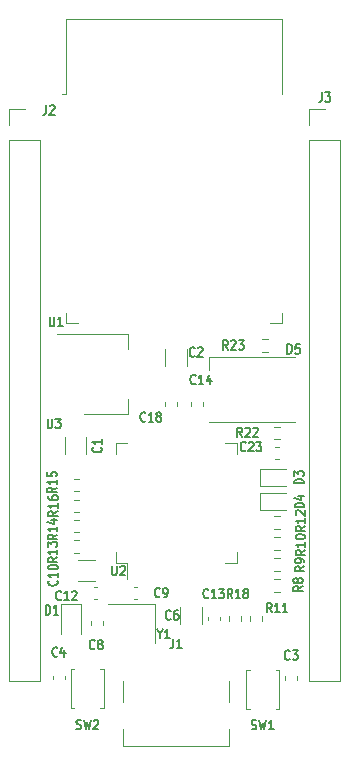
<source format=gbr>
%TF.GenerationSoftware,KiCad,Pcbnew,5.99.0-unknown-f7b20611c1~106~ubuntu20.04.1*%
%TF.CreationDate,2021-01-06T18:34:38-03:00*%
%TF.ProjectId,lisa32,6c697361-3332-42e6-9b69-6361645f7063,rev?*%
%TF.SameCoordinates,Original*%
%TF.FileFunction,Legend,Top*%
%TF.FilePolarity,Positive*%
%FSLAX46Y46*%
G04 Gerber Fmt 4.6, Leading zero omitted, Abs format (unit mm)*
G04 Created by KiCad (PCBNEW 5.99.0-unknown-f7b20611c1~106~ubuntu20.04.1) date 2021-01-06 18:34:38*
%MOMM*%
%LPD*%
G01*
G04 APERTURE LIST*
%ADD10C,0.150000*%
%ADD11C,0.120000*%
G04 APERTURE END LIST*
D10*
%TO.C,U1*%
X4013266Y-22447304D02*
X4013266Y-23094923D01*
X4046600Y-23171114D01*
X4079933Y-23209209D01*
X4146600Y-23247304D01*
X4279933Y-23247304D01*
X4346600Y-23209209D01*
X4379933Y-23171114D01*
X4413266Y-23094923D01*
X4413266Y-22447304D01*
X5113266Y-23247304D02*
X4713266Y-23247304D01*
X4913266Y-23247304D02*
X4913266Y-22447304D01*
X4846600Y-22561590D01*
X4779933Y-22637780D01*
X4713266Y-22675876D01*
%TO.C,C2*%
X16291733Y-25787314D02*
X16258400Y-25825409D01*
X16158400Y-25863504D01*
X16091733Y-25863504D01*
X15991733Y-25825409D01*
X15925066Y-25749219D01*
X15891733Y-25673028D01*
X15858400Y-25520647D01*
X15858400Y-25406361D01*
X15891733Y-25253980D01*
X15925066Y-25177790D01*
X15991733Y-25101600D01*
X16091733Y-25063504D01*
X16158400Y-25063504D01*
X16258400Y-25101600D01*
X16291733Y-25139695D01*
X16558400Y-25139695D02*
X16591733Y-25101600D01*
X16658400Y-25063504D01*
X16825066Y-25063504D01*
X16891733Y-25101600D01*
X16925066Y-25139695D01*
X16958400Y-25215885D01*
X16958400Y-25292076D01*
X16925066Y-25406361D01*
X16525066Y-25863504D01*
X16958400Y-25863504D01*
%TO.C,R22*%
X20301800Y-32645304D02*
X20068466Y-32264352D01*
X19901800Y-32645304D02*
X19901800Y-31845304D01*
X20168466Y-31845304D01*
X20235133Y-31883400D01*
X20268466Y-31921495D01*
X20301800Y-31997685D01*
X20301800Y-32111971D01*
X20268466Y-32188161D01*
X20235133Y-32226257D01*
X20168466Y-32264352D01*
X19901800Y-32264352D01*
X20568466Y-31921495D02*
X20601800Y-31883400D01*
X20668466Y-31845304D01*
X20835133Y-31845304D01*
X20901800Y-31883400D01*
X20935133Y-31921495D01*
X20968466Y-31997685D01*
X20968466Y-32073876D01*
X20935133Y-32188161D01*
X20535133Y-32645304D01*
X20968466Y-32645304D01*
X21235133Y-31921495D02*
X21268466Y-31883400D01*
X21335133Y-31845304D01*
X21501800Y-31845304D01*
X21568466Y-31883400D01*
X21601800Y-31921495D01*
X21635133Y-31997685D01*
X21635133Y-32073876D01*
X21601800Y-32188161D01*
X21201800Y-32645304D01*
X21635133Y-32645304D01*
%TO.C,D5*%
X24146733Y-25584104D02*
X24146733Y-24784104D01*
X24313400Y-24784104D01*
X24413400Y-24822200D01*
X24480066Y-24898390D01*
X24513400Y-24974580D01*
X24546733Y-25126961D01*
X24546733Y-25241247D01*
X24513400Y-25393628D01*
X24480066Y-25469819D01*
X24413400Y-25546009D01*
X24313400Y-25584104D01*
X24146733Y-25584104D01*
X25180066Y-24784104D02*
X24846733Y-24784104D01*
X24813400Y-25165057D01*
X24846733Y-25126961D01*
X24913400Y-25088866D01*
X25080066Y-25088866D01*
X25146733Y-25126961D01*
X25180066Y-25165057D01*
X25213400Y-25241247D01*
X25213400Y-25431723D01*
X25180066Y-25507914D01*
X25146733Y-25546009D01*
X25080066Y-25584104D01*
X24913400Y-25584104D01*
X24846733Y-25546009D01*
X24813400Y-25507914D01*
%TO.C,J1*%
X14498666Y-49726904D02*
X14498666Y-50298333D01*
X14465333Y-50412619D01*
X14398666Y-50488809D01*
X14298666Y-50526904D01*
X14232000Y-50526904D01*
X15198666Y-50526904D02*
X14798666Y-50526904D01*
X14998666Y-50526904D02*
X14998666Y-49726904D01*
X14932000Y-49841190D01*
X14865333Y-49917380D01*
X14798666Y-49955476D01*
%TO.C,R16*%
X4679904Y-38931000D02*
X4298952Y-39164333D01*
X4679904Y-39331000D02*
X3879904Y-39331000D01*
X3879904Y-39064333D01*
X3918000Y-38997666D01*
X3956095Y-38964333D01*
X4032285Y-38931000D01*
X4146571Y-38931000D01*
X4222761Y-38964333D01*
X4260857Y-38997666D01*
X4298952Y-39064333D01*
X4298952Y-39331000D01*
X4679904Y-38264333D02*
X4679904Y-38664333D01*
X4679904Y-38464333D02*
X3879904Y-38464333D01*
X3994190Y-38531000D01*
X4070380Y-38597666D01*
X4108476Y-38664333D01*
X3879904Y-37664333D02*
X3879904Y-37797666D01*
X3918000Y-37864333D01*
X3956095Y-37897666D01*
X4070380Y-37964333D01*
X4222761Y-37997666D01*
X4527523Y-37997666D01*
X4603714Y-37964333D01*
X4641809Y-37931000D01*
X4679904Y-37864333D01*
X4679904Y-37731000D01*
X4641809Y-37664333D01*
X4603714Y-37631000D01*
X4527523Y-37597666D01*
X4337047Y-37597666D01*
X4260857Y-37631000D01*
X4222761Y-37664333D01*
X4184666Y-37731000D01*
X4184666Y-37864333D01*
X4222761Y-37931000D01*
X4260857Y-37964333D01*
X4337047Y-37997666D01*
%TO.C,R8*%
X25457104Y-45277866D02*
X25076152Y-45511200D01*
X25457104Y-45677866D02*
X24657104Y-45677866D01*
X24657104Y-45411200D01*
X24695200Y-45344533D01*
X24733295Y-45311200D01*
X24809485Y-45277866D01*
X24923771Y-45277866D01*
X24999961Y-45311200D01*
X25038057Y-45344533D01*
X25076152Y-45411200D01*
X25076152Y-45677866D01*
X24999961Y-44877866D02*
X24961866Y-44944533D01*
X24923771Y-44977866D01*
X24847580Y-45011200D01*
X24809485Y-45011200D01*
X24733295Y-44977866D01*
X24695200Y-44944533D01*
X24657104Y-44877866D01*
X24657104Y-44744533D01*
X24695200Y-44677866D01*
X24733295Y-44644533D01*
X24809485Y-44611200D01*
X24847580Y-44611200D01*
X24923771Y-44644533D01*
X24961866Y-44677866D01*
X24999961Y-44744533D01*
X24999961Y-44877866D01*
X25038057Y-44944533D01*
X25076152Y-44977866D01*
X25152342Y-45011200D01*
X25304723Y-45011200D01*
X25380914Y-44977866D01*
X25419009Y-44944533D01*
X25457104Y-44877866D01*
X25457104Y-44744533D01*
X25419009Y-44677866D01*
X25380914Y-44644533D01*
X25304723Y-44611200D01*
X25152342Y-44611200D01*
X25076152Y-44644533D01*
X25038057Y-44677866D01*
X24999961Y-44744533D01*
%TO.C,D1*%
X3674333Y-47682104D02*
X3674333Y-46882104D01*
X3841000Y-46882104D01*
X3941000Y-46920200D01*
X4007666Y-46996390D01*
X4041000Y-47072580D01*
X4074333Y-47224961D01*
X4074333Y-47339247D01*
X4041000Y-47491628D01*
X4007666Y-47567819D01*
X3941000Y-47644009D01*
X3841000Y-47682104D01*
X3674333Y-47682104D01*
X4741000Y-47682104D02*
X4341000Y-47682104D01*
X4541000Y-47682104D02*
X4541000Y-46882104D01*
X4474333Y-46996390D01*
X4407666Y-47072580D01*
X4341000Y-47110676D01*
%TO.C,R13*%
X4654504Y-42842600D02*
X4273552Y-43075933D01*
X4654504Y-43242600D02*
X3854504Y-43242600D01*
X3854504Y-42975933D01*
X3892600Y-42909266D01*
X3930695Y-42875933D01*
X4006885Y-42842600D01*
X4121171Y-42842600D01*
X4197361Y-42875933D01*
X4235457Y-42909266D01*
X4273552Y-42975933D01*
X4273552Y-43242600D01*
X4654504Y-42175933D02*
X4654504Y-42575933D01*
X4654504Y-42375933D02*
X3854504Y-42375933D01*
X3968790Y-42442600D01*
X4044980Y-42509266D01*
X4083076Y-42575933D01*
X3854504Y-41942600D02*
X3854504Y-41509266D01*
X4159266Y-41742600D01*
X4159266Y-41642600D01*
X4197361Y-41575933D01*
X4235457Y-41542600D01*
X4311647Y-41509266D01*
X4502123Y-41509266D01*
X4578314Y-41542600D01*
X4616409Y-41575933D01*
X4654504Y-41642600D01*
X4654504Y-41842600D01*
X4616409Y-41909266D01*
X4578314Y-41942600D01*
%TO.C,J3*%
X27071666Y-3454904D02*
X27071666Y-4026333D01*
X27038333Y-4140619D01*
X26971666Y-4216809D01*
X26871666Y-4254904D01*
X26805000Y-4254904D01*
X27338333Y-3454904D02*
X27771666Y-3454904D01*
X27538333Y-3759666D01*
X27638333Y-3759666D01*
X27705000Y-3797761D01*
X27738333Y-3835857D01*
X27771666Y-3912047D01*
X27771666Y-4102523D01*
X27738333Y-4178714D01*
X27705000Y-4216809D01*
X27638333Y-4254904D01*
X27438333Y-4254904D01*
X27371666Y-4216809D01*
X27338333Y-4178714D01*
%TO.C,C1*%
X8358714Y-33517666D02*
X8396809Y-33551000D01*
X8434904Y-33651000D01*
X8434904Y-33717666D01*
X8396809Y-33817666D01*
X8320619Y-33884333D01*
X8244428Y-33917666D01*
X8092047Y-33951000D01*
X7977761Y-33951000D01*
X7825380Y-33917666D01*
X7749190Y-33884333D01*
X7673000Y-33817666D01*
X7634904Y-33717666D01*
X7634904Y-33651000D01*
X7673000Y-33551000D01*
X7711095Y-33517666D01*
X8434904Y-32851000D02*
X8434904Y-33251000D01*
X8434904Y-33051000D02*
X7634904Y-33051000D01*
X7749190Y-33117666D01*
X7825380Y-33184333D01*
X7863476Y-33251000D01*
%TO.C,R9*%
X25584104Y-43601466D02*
X25203152Y-43834800D01*
X25584104Y-44001466D02*
X24784104Y-44001466D01*
X24784104Y-43734800D01*
X24822200Y-43668133D01*
X24860295Y-43634800D01*
X24936485Y-43601466D01*
X25050771Y-43601466D01*
X25126961Y-43634800D01*
X25165057Y-43668133D01*
X25203152Y-43734800D01*
X25203152Y-44001466D01*
X25584104Y-43268133D02*
X25584104Y-43134800D01*
X25546009Y-43068133D01*
X25507914Y-43034800D01*
X25393628Y-42968133D01*
X25241247Y-42934800D01*
X24936485Y-42934800D01*
X24860295Y-42968133D01*
X24822200Y-43001466D01*
X24784104Y-43068133D01*
X24784104Y-43201466D01*
X24822200Y-43268133D01*
X24860295Y-43301466D01*
X24936485Y-43334800D01*
X25126961Y-43334800D01*
X25203152Y-43301466D01*
X25241247Y-43268133D01*
X25279342Y-43201466D01*
X25279342Y-43068133D01*
X25241247Y-43001466D01*
X25203152Y-42968133D01*
X25126961Y-42934800D01*
%TO.C,J2*%
X3729066Y-4565704D02*
X3729066Y-5137133D01*
X3695733Y-5251419D01*
X3629066Y-5327609D01*
X3529066Y-5365704D01*
X3462400Y-5365704D01*
X4029066Y-4641895D02*
X4062400Y-4603800D01*
X4129066Y-4565704D01*
X4295733Y-4565704D01*
X4362400Y-4603800D01*
X4395733Y-4641895D01*
X4429066Y-4718085D01*
X4429066Y-4794276D01*
X4395733Y-4908561D01*
X3995733Y-5365704D01*
X4429066Y-5365704D01*
%TO.C,U2*%
X9296466Y-43554704D02*
X9296466Y-44202323D01*
X9329800Y-44278514D01*
X9363133Y-44316609D01*
X9429800Y-44354704D01*
X9563133Y-44354704D01*
X9629800Y-44316609D01*
X9663133Y-44278514D01*
X9696466Y-44202323D01*
X9696466Y-43554704D01*
X9996466Y-43630895D02*
X10029800Y-43592800D01*
X10096466Y-43554704D01*
X10263133Y-43554704D01*
X10329800Y-43592800D01*
X10363133Y-43630895D01*
X10396466Y-43707085D01*
X10396466Y-43783276D01*
X10363133Y-43897561D01*
X9963133Y-44354704D01*
X10396466Y-44354704D01*
%TO.C,R23*%
X19108000Y-25253904D02*
X18874666Y-24872952D01*
X18708000Y-25253904D02*
X18708000Y-24453904D01*
X18974666Y-24453904D01*
X19041333Y-24492000D01*
X19074666Y-24530095D01*
X19108000Y-24606285D01*
X19108000Y-24720571D01*
X19074666Y-24796761D01*
X19041333Y-24834857D01*
X18974666Y-24872952D01*
X18708000Y-24872952D01*
X19374666Y-24530095D02*
X19408000Y-24492000D01*
X19474666Y-24453904D01*
X19641333Y-24453904D01*
X19708000Y-24492000D01*
X19741333Y-24530095D01*
X19774666Y-24606285D01*
X19774666Y-24682476D01*
X19741333Y-24796761D01*
X19341333Y-25253904D01*
X19774666Y-25253904D01*
X20008000Y-24453904D02*
X20441333Y-24453904D01*
X20208000Y-24758666D01*
X20308000Y-24758666D01*
X20374666Y-24796761D01*
X20408000Y-24834857D01*
X20441333Y-24911047D01*
X20441333Y-25101523D01*
X20408000Y-25177714D01*
X20374666Y-25215809D01*
X20308000Y-25253904D01*
X20108000Y-25253904D01*
X20041333Y-25215809D01*
X20008000Y-25177714D01*
%TO.C,D3*%
X25533304Y-36584666D02*
X24733304Y-36584666D01*
X24733304Y-36418000D01*
X24771400Y-36318000D01*
X24847590Y-36251333D01*
X24923780Y-36218000D01*
X25076161Y-36184666D01*
X25190447Y-36184666D01*
X25342828Y-36218000D01*
X25419019Y-36251333D01*
X25495209Y-36318000D01*
X25533304Y-36418000D01*
X25533304Y-36584666D01*
X24733304Y-35951333D02*
X24733304Y-35518000D01*
X25038066Y-35751333D01*
X25038066Y-35651333D01*
X25076161Y-35584666D01*
X25114257Y-35551333D01*
X25190447Y-35518000D01*
X25380923Y-35518000D01*
X25457114Y-35551333D01*
X25495209Y-35584666D01*
X25533304Y-35651333D01*
X25533304Y-35851333D01*
X25495209Y-35918000D01*
X25457114Y-35951333D01*
%TO.C,C23*%
X20606600Y-33788314D02*
X20573266Y-33826409D01*
X20473266Y-33864504D01*
X20406600Y-33864504D01*
X20306600Y-33826409D01*
X20239933Y-33750219D01*
X20206600Y-33674028D01*
X20173266Y-33521647D01*
X20173266Y-33407361D01*
X20206600Y-33254980D01*
X20239933Y-33178790D01*
X20306600Y-33102600D01*
X20406600Y-33064504D01*
X20473266Y-33064504D01*
X20573266Y-33102600D01*
X20606600Y-33140695D01*
X20873266Y-33140695D02*
X20906600Y-33102600D01*
X20973266Y-33064504D01*
X21139933Y-33064504D01*
X21206600Y-33102600D01*
X21239933Y-33140695D01*
X21273266Y-33216885D01*
X21273266Y-33293076D01*
X21239933Y-33407361D01*
X20839933Y-33864504D01*
X21273266Y-33864504D01*
X21506600Y-33064504D02*
X21939933Y-33064504D01*
X21706600Y-33369266D01*
X21806600Y-33369266D01*
X21873266Y-33407361D01*
X21906600Y-33445457D01*
X21939933Y-33521647D01*
X21939933Y-33712123D01*
X21906600Y-33788314D01*
X21873266Y-33826409D01*
X21806600Y-33864504D01*
X21606600Y-33864504D01*
X21539933Y-33826409D01*
X21506600Y-33788314D01*
%TO.C,C6*%
X14259733Y-48037714D02*
X14226400Y-48075809D01*
X14126400Y-48113904D01*
X14059733Y-48113904D01*
X13959733Y-48075809D01*
X13893066Y-47999619D01*
X13859733Y-47923428D01*
X13826400Y-47771047D01*
X13826400Y-47656761D01*
X13859733Y-47504380D01*
X13893066Y-47428190D01*
X13959733Y-47352000D01*
X14059733Y-47313904D01*
X14126400Y-47313904D01*
X14226400Y-47352000D01*
X14259733Y-47390095D01*
X14859733Y-47313904D02*
X14726400Y-47313904D01*
X14659733Y-47352000D01*
X14626400Y-47390095D01*
X14559733Y-47504380D01*
X14526400Y-47656761D01*
X14526400Y-47961523D01*
X14559733Y-48037714D01*
X14593066Y-48075809D01*
X14659733Y-48113904D01*
X14793066Y-48113904D01*
X14859733Y-48075809D01*
X14893066Y-48037714D01*
X14926400Y-47961523D01*
X14926400Y-47771047D01*
X14893066Y-47694857D01*
X14859733Y-47656761D01*
X14793066Y-47618666D01*
X14659733Y-47618666D01*
X14593066Y-47656761D01*
X14559733Y-47694857D01*
X14526400Y-47771047D01*
%TO.C,D4*%
X25558704Y-38616666D02*
X24758704Y-38616666D01*
X24758704Y-38450000D01*
X24796800Y-38350000D01*
X24872990Y-38283333D01*
X24949180Y-38250000D01*
X25101561Y-38216666D01*
X25215847Y-38216666D01*
X25368228Y-38250000D01*
X25444419Y-38283333D01*
X25520609Y-38350000D01*
X25558704Y-38450000D01*
X25558704Y-38616666D01*
X25025371Y-37616666D02*
X25558704Y-37616666D01*
X24720609Y-37783333D02*
X25292038Y-37950000D01*
X25292038Y-37516666D01*
%TO.C,C13*%
X17457000Y-46234314D02*
X17423666Y-46272409D01*
X17323666Y-46310504D01*
X17257000Y-46310504D01*
X17157000Y-46272409D01*
X17090333Y-46196219D01*
X17057000Y-46120028D01*
X17023666Y-45967647D01*
X17023666Y-45853361D01*
X17057000Y-45700980D01*
X17090333Y-45624790D01*
X17157000Y-45548600D01*
X17257000Y-45510504D01*
X17323666Y-45510504D01*
X17423666Y-45548600D01*
X17457000Y-45586695D01*
X18123666Y-46310504D02*
X17723666Y-46310504D01*
X17923666Y-46310504D02*
X17923666Y-45510504D01*
X17857000Y-45624790D01*
X17790333Y-45700980D01*
X17723666Y-45739076D01*
X18357000Y-45510504D02*
X18790333Y-45510504D01*
X18557000Y-45815266D01*
X18657000Y-45815266D01*
X18723666Y-45853361D01*
X18757000Y-45891457D01*
X18790333Y-45967647D01*
X18790333Y-46158123D01*
X18757000Y-46234314D01*
X18723666Y-46272409D01*
X18657000Y-46310504D01*
X18457000Y-46310504D01*
X18390333Y-46272409D01*
X18357000Y-46234314D01*
%TO.C,C12*%
X4985600Y-46386714D02*
X4952266Y-46424809D01*
X4852266Y-46462904D01*
X4785600Y-46462904D01*
X4685600Y-46424809D01*
X4618933Y-46348619D01*
X4585600Y-46272428D01*
X4552266Y-46120047D01*
X4552266Y-46005761D01*
X4585600Y-45853380D01*
X4618933Y-45777190D01*
X4685600Y-45701000D01*
X4785600Y-45662904D01*
X4852266Y-45662904D01*
X4952266Y-45701000D01*
X4985600Y-45739095D01*
X5652266Y-46462904D02*
X5252266Y-46462904D01*
X5452266Y-46462904D02*
X5452266Y-45662904D01*
X5385600Y-45777190D01*
X5318933Y-45853380D01*
X5252266Y-45891476D01*
X5918933Y-45739095D02*
X5952266Y-45701000D01*
X6018933Y-45662904D01*
X6185600Y-45662904D01*
X6252266Y-45701000D01*
X6285600Y-45739095D01*
X6318933Y-45815285D01*
X6318933Y-45891476D01*
X6285600Y-46005761D01*
X5885600Y-46462904D01*
X6318933Y-46462904D01*
%TO.C,SW1*%
X21113866Y-57372209D02*
X21213866Y-57410304D01*
X21380533Y-57410304D01*
X21447200Y-57372209D01*
X21480533Y-57334114D01*
X21513866Y-57257923D01*
X21513866Y-57181733D01*
X21480533Y-57105542D01*
X21447200Y-57067447D01*
X21380533Y-57029352D01*
X21247200Y-56991257D01*
X21180533Y-56953161D01*
X21147200Y-56915066D01*
X21113866Y-56838876D01*
X21113866Y-56762685D01*
X21147200Y-56686495D01*
X21180533Y-56648400D01*
X21247200Y-56610304D01*
X21413866Y-56610304D01*
X21513866Y-56648400D01*
X21747200Y-56610304D02*
X21913866Y-57410304D01*
X22047200Y-56838876D01*
X22180533Y-57410304D01*
X22347200Y-56610304D01*
X22980533Y-57410304D02*
X22580533Y-57410304D01*
X22780533Y-57410304D02*
X22780533Y-56610304D01*
X22713866Y-56724590D01*
X22647200Y-56800780D01*
X22580533Y-56838876D01*
%TO.C,C9*%
X13345333Y-46132714D02*
X13312000Y-46170809D01*
X13212000Y-46208904D01*
X13145333Y-46208904D01*
X13045333Y-46170809D01*
X12978666Y-46094619D01*
X12945333Y-46018428D01*
X12912000Y-45866047D01*
X12912000Y-45751761D01*
X12945333Y-45599380D01*
X12978666Y-45523190D01*
X13045333Y-45447000D01*
X13145333Y-45408904D01*
X13212000Y-45408904D01*
X13312000Y-45447000D01*
X13345333Y-45485095D01*
X13678666Y-46208904D02*
X13812000Y-46208904D01*
X13878666Y-46170809D01*
X13912000Y-46132714D01*
X13978666Y-46018428D01*
X14012000Y-45866047D01*
X14012000Y-45561285D01*
X13978666Y-45485095D01*
X13945333Y-45447000D01*
X13878666Y-45408904D01*
X13745333Y-45408904D01*
X13678666Y-45447000D01*
X13645333Y-45485095D01*
X13612000Y-45561285D01*
X13612000Y-45751761D01*
X13645333Y-45827952D01*
X13678666Y-45866047D01*
X13745333Y-45904142D01*
X13878666Y-45904142D01*
X13945333Y-45866047D01*
X13978666Y-45827952D01*
X14012000Y-45751761D01*
%TO.C,C18*%
X12123000Y-31273714D02*
X12089666Y-31311809D01*
X11989666Y-31349904D01*
X11923000Y-31349904D01*
X11823000Y-31311809D01*
X11756333Y-31235619D01*
X11723000Y-31159428D01*
X11689666Y-31007047D01*
X11689666Y-30892761D01*
X11723000Y-30740380D01*
X11756333Y-30664190D01*
X11823000Y-30588000D01*
X11923000Y-30549904D01*
X11989666Y-30549904D01*
X12089666Y-30588000D01*
X12123000Y-30626095D01*
X12789666Y-31349904D02*
X12389666Y-31349904D01*
X12589666Y-31349904D02*
X12589666Y-30549904D01*
X12523000Y-30664190D01*
X12456333Y-30740380D01*
X12389666Y-30778476D01*
X13189666Y-30892761D02*
X13123000Y-30854666D01*
X13089666Y-30816571D01*
X13056333Y-30740380D01*
X13056333Y-30702285D01*
X13089666Y-30626095D01*
X13123000Y-30588000D01*
X13189666Y-30549904D01*
X13323000Y-30549904D01*
X13389666Y-30588000D01*
X13423000Y-30626095D01*
X13456333Y-30702285D01*
X13456333Y-30740380D01*
X13423000Y-30816571D01*
X13389666Y-30854666D01*
X13323000Y-30892761D01*
X13189666Y-30892761D01*
X13123000Y-30930857D01*
X13089666Y-30968952D01*
X13056333Y-31045142D01*
X13056333Y-31197523D01*
X13089666Y-31273714D01*
X13123000Y-31311809D01*
X13189666Y-31349904D01*
X13323000Y-31349904D01*
X13389666Y-31311809D01*
X13423000Y-31273714D01*
X13456333Y-31197523D01*
X13456333Y-31045142D01*
X13423000Y-30968952D01*
X13389666Y-30930857D01*
X13323000Y-30892761D01*
%TO.C,SW2*%
X6280266Y-57346809D02*
X6380266Y-57384904D01*
X6546933Y-57384904D01*
X6613600Y-57346809D01*
X6646933Y-57308714D01*
X6680266Y-57232523D01*
X6680266Y-57156333D01*
X6646933Y-57080142D01*
X6613600Y-57042047D01*
X6546933Y-57003952D01*
X6413600Y-56965857D01*
X6346933Y-56927761D01*
X6313600Y-56889666D01*
X6280266Y-56813476D01*
X6280266Y-56737285D01*
X6313600Y-56661095D01*
X6346933Y-56623000D01*
X6413600Y-56584904D01*
X6580266Y-56584904D01*
X6680266Y-56623000D01*
X6913600Y-56584904D02*
X7080266Y-57384904D01*
X7213600Y-56813476D01*
X7346933Y-57384904D01*
X7513600Y-56584904D01*
X7746933Y-56661095D02*
X7780266Y-56623000D01*
X7846933Y-56584904D01*
X8013600Y-56584904D01*
X8080266Y-56623000D01*
X8113600Y-56661095D01*
X8146933Y-56737285D01*
X8146933Y-56813476D01*
X8113600Y-56927761D01*
X7713600Y-57384904D01*
X8146933Y-57384904D01*
%TO.C,R11*%
X22816400Y-47504304D02*
X22583066Y-47123352D01*
X22416400Y-47504304D02*
X22416400Y-46704304D01*
X22683066Y-46704304D01*
X22749733Y-46742400D01*
X22783066Y-46780495D01*
X22816400Y-46856685D01*
X22816400Y-46970971D01*
X22783066Y-47047161D01*
X22749733Y-47085257D01*
X22683066Y-47123352D01*
X22416400Y-47123352D01*
X23483066Y-47504304D02*
X23083066Y-47504304D01*
X23283066Y-47504304D02*
X23283066Y-46704304D01*
X23216400Y-46818590D01*
X23149733Y-46894780D01*
X23083066Y-46932876D01*
X24149733Y-47504304D02*
X23749733Y-47504304D01*
X23949733Y-47504304D02*
X23949733Y-46704304D01*
X23883066Y-46818590D01*
X23816400Y-46894780D01*
X23749733Y-46932876D01*
%TO.C,R12*%
X25634904Y-40201000D02*
X25253952Y-40434333D01*
X25634904Y-40601000D02*
X24834904Y-40601000D01*
X24834904Y-40334333D01*
X24873000Y-40267666D01*
X24911095Y-40234333D01*
X24987285Y-40201000D01*
X25101571Y-40201000D01*
X25177761Y-40234333D01*
X25215857Y-40267666D01*
X25253952Y-40334333D01*
X25253952Y-40601000D01*
X25634904Y-39534333D02*
X25634904Y-39934333D01*
X25634904Y-39734333D02*
X24834904Y-39734333D01*
X24949190Y-39801000D01*
X25025380Y-39867666D01*
X25063476Y-39934333D01*
X24911095Y-39267666D02*
X24873000Y-39234333D01*
X24834904Y-39167666D01*
X24834904Y-39001000D01*
X24873000Y-38934333D01*
X24911095Y-38901000D01*
X24987285Y-38867666D01*
X25063476Y-38867666D01*
X25177761Y-38901000D01*
X25634904Y-39301000D01*
X25634904Y-38867666D01*
%TO.C,R15*%
X4629104Y-36924400D02*
X4248152Y-37157733D01*
X4629104Y-37324400D02*
X3829104Y-37324400D01*
X3829104Y-37057733D01*
X3867200Y-36991066D01*
X3905295Y-36957733D01*
X3981485Y-36924400D01*
X4095771Y-36924400D01*
X4171961Y-36957733D01*
X4210057Y-36991066D01*
X4248152Y-37057733D01*
X4248152Y-37324400D01*
X4629104Y-36257733D02*
X4629104Y-36657733D01*
X4629104Y-36457733D02*
X3829104Y-36457733D01*
X3943390Y-36524400D01*
X4019580Y-36591066D01*
X4057676Y-36657733D01*
X3829104Y-35624400D02*
X3829104Y-35957733D01*
X4210057Y-35991066D01*
X4171961Y-35957733D01*
X4133866Y-35891066D01*
X4133866Y-35724400D01*
X4171961Y-35657733D01*
X4210057Y-35624400D01*
X4286247Y-35591066D01*
X4476723Y-35591066D01*
X4552914Y-35624400D01*
X4591009Y-35657733D01*
X4629104Y-35724400D01*
X4629104Y-35891066D01*
X4591009Y-35957733D01*
X4552914Y-35991066D01*
%TO.C,C14*%
X16364800Y-28124114D02*
X16331466Y-28162209D01*
X16231466Y-28200304D01*
X16164800Y-28200304D01*
X16064800Y-28162209D01*
X15998133Y-28086019D01*
X15964800Y-28009828D01*
X15931466Y-27857447D01*
X15931466Y-27743161D01*
X15964800Y-27590780D01*
X15998133Y-27514590D01*
X16064800Y-27438400D01*
X16164800Y-27400304D01*
X16231466Y-27400304D01*
X16331466Y-27438400D01*
X16364800Y-27476495D01*
X17031466Y-28200304D02*
X16631466Y-28200304D01*
X16831466Y-28200304D02*
X16831466Y-27400304D01*
X16764800Y-27514590D01*
X16698133Y-27590780D01*
X16631466Y-27628876D01*
X17631466Y-27666971D02*
X17631466Y-28200304D01*
X17464800Y-27362209D02*
X17298133Y-27933638D01*
X17731466Y-27933638D01*
%TO.C,C4*%
X4658533Y-51161914D02*
X4625200Y-51200009D01*
X4525200Y-51238104D01*
X4458533Y-51238104D01*
X4358533Y-51200009D01*
X4291866Y-51123819D01*
X4258533Y-51047628D01*
X4225200Y-50895247D01*
X4225200Y-50780961D01*
X4258533Y-50628580D01*
X4291866Y-50552390D01*
X4358533Y-50476200D01*
X4458533Y-50438104D01*
X4525200Y-50438104D01*
X4625200Y-50476200D01*
X4658533Y-50514295D01*
X5258533Y-50704771D02*
X5258533Y-51238104D01*
X5091866Y-50400009D02*
X4925200Y-50971438D01*
X5358533Y-50971438D01*
%TO.C,R14*%
X4654504Y-40912200D02*
X4273552Y-41145533D01*
X4654504Y-41312200D02*
X3854504Y-41312200D01*
X3854504Y-41045533D01*
X3892600Y-40978866D01*
X3930695Y-40945533D01*
X4006885Y-40912200D01*
X4121171Y-40912200D01*
X4197361Y-40945533D01*
X4235457Y-40978866D01*
X4273552Y-41045533D01*
X4273552Y-41312200D01*
X4654504Y-40245533D02*
X4654504Y-40645533D01*
X4654504Y-40445533D02*
X3854504Y-40445533D01*
X3968790Y-40512200D01*
X4044980Y-40578866D01*
X4083076Y-40645533D01*
X4121171Y-39645533D02*
X4654504Y-39645533D01*
X3816409Y-39812200D02*
X4387838Y-39978866D01*
X4387838Y-39545533D01*
%TO.C,R18*%
X19489000Y-46310504D02*
X19255666Y-45929552D01*
X19089000Y-46310504D02*
X19089000Y-45510504D01*
X19355666Y-45510504D01*
X19422333Y-45548600D01*
X19455666Y-45586695D01*
X19489000Y-45662885D01*
X19489000Y-45777171D01*
X19455666Y-45853361D01*
X19422333Y-45891457D01*
X19355666Y-45929552D01*
X19089000Y-45929552D01*
X20155666Y-46310504D02*
X19755666Y-46310504D01*
X19955666Y-46310504D02*
X19955666Y-45510504D01*
X19889000Y-45624790D01*
X19822333Y-45700980D01*
X19755666Y-45739076D01*
X20555666Y-45853361D02*
X20489000Y-45815266D01*
X20455666Y-45777171D01*
X20422333Y-45700980D01*
X20422333Y-45662885D01*
X20455666Y-45586695D01*
X20489000Y-45548600D01*
X20555666Y-45510504D01*
X20689000Y-45510504D01*
X20755666Y-45548600D01*
X20789000Y-45586695D01*
X20822333Y-45662885D01*
X20822333Y-45700980D01*
X20789000Y-45777171D01*
X20755666Y-45815266D01*
X20689000Y-45853361D01*
X20555666Y-45853361D01*
X20489000Y-45891457D01*
X20455666Y-45929552D01*
X20422333Y-46005742D01*
X20422333Y-46158123D01*
X20455666Y-46234314D01*
X20489000Y-46272409D01*
X20555666Y-46310504D01*
X20689000Y-46310504D01*
X20755666Y-46272409D01*
X20789000Y-46234314D01*
X20822333Y-46158123D01*
X20822333Y-46005742D01*
X20789000Y-45929552D01*
X20755666Y-45891457D01*
X20689000Y-45853361D01*
%TO.C,U3*%
X3835466Y-31083304D02*
X3835466Y-31730923D01*
X3868800Y-31807114D01*
X3902133Y-31845209D01*
X3968800Y-31883304D01*
X4102133Y-31883304D01*
X4168800Y-31845209D01*
X4202133Y-31807114D01*
X4235466Y-31730923D01*
X4235466Y-31083304D01*
X4502133Y-31083304D02*
X4935466Y-31083304D01*
X4702133Y-31388066D01*
X4802133Y-31388066D01*
X4868800Y-31426161D01*
X4902133Y-31464257D01*
X4935466Y-31540447D01*
X4935466Y-31730923D01*
X4902133Y-31807114D01*
X4868800Y-31845209D01*
X4802133Y-31883304D01*
X4602133Y-31883304D01*
X4535466Y-31845209D01*
X4502133Y-31807114D01*
%TO.C,C8*%
X7833533Y-50552314D02*
X7800200Y-50590409D01*
X7700200Y-50628504D01*
X7633533Y-50628504D01*
X7533533Y-50590409D01*
X7466866Y-50514219D01*
X7433533Y-50438028D01*
X7400200Y-50285647D01*
X7400200Y-50171361D01*
X7433533Y-50018980D01*
X7466866Y-49942790D01*
X7533533Y-49866600D01*
X7633533Y-49828504D01*
X7700200Y-49828504D01*
X7800200Y-49866600D01*
X7833533Y-49904695D01*
X8233533Y-50171361D02*
X8166866Y-50133266D01*
X8133533Y-50095171D01*
X8100200Y-50018980D01*
X8100200Y-49980885D01*
X8133533Y-49904695D01*
X8166866Y-49866600D01*
X8233533Y-49828504D01*
X8366866Y-49828504D01*
X8433533Y-49866600D01*
X8466866Y-49904695D01*
X8500200Y-49980885D01*
X8500200Y-50018980D01*
X8466866Y-50095171D01*
X8433533Y-50133266D01*
X8366866Y-50171361D01*
X8233533Y-50171361D01*
X8166866Y-50209457D01*
X8133533Y-50247552D01*
X8100200Y-50323742D01*
X8100200Y-50476123D01*
X8133533Y-50552314D01*
X8166866Y-50590409D01*
X8233533Y-50628504D01*
X8366866Y-50628504D01*
X8433533Y-50590409D01*
X8466866Y-50552314D01*
X8500200Y-50476123D01*
X8500200Y-50323742D01*
X8466866Y-50247552D01*
X8433533Y-50209457D01*
X8366866Y-50171361D01*
%TO.C,C3*%
X24343533Y-51441314D02*
X24310200Y-51479409D01*
X24210200Y-51517504D01*
X24143533Y-51517504D01*
X24043533Y-51479409D01*
X23976866Y-51403219D01*
X23943533Y-51327028D01*
X23910200Y-51174647D01*
X23910200Y-51060361D01*
X23943533Y-50907980D01*
X23976866Y-50831790D01*
X24043533Y-50755600D01*
X24143533Y-50717504D01*
X24210200Y-50717504D01*
X24310200Y-50755600D01*
X24343533Y-50793695D01*
X24576866Y-50717504D02*
X25010200Y-50717504D01*
X24776866Y-51022266D01*
X24876866Y-51022266D01*
X24943533Y-51060361D01*
X24976866Y-51098457D01*
X25010200Y-51174647D01*
X25010200Y-51365123D01*
X24976866Y-51441314D01*
X24943533Y-51479409D01*
X24876866Y-51517504D01*
X24676866Y-51517504D01*
X24610200Y-51479409D01*
X24576866Y-51441314D01*
%TO.C,R10*%
X25634904Y-42233000D02*
X25253952Y-42466333D01*
X25634904Y-42633000D02*
X24834904Y-42633000D01*
X24834904Y-42366333D01*
X24873000Y-42299666D01*
X24911095Y-42266333D01*
X24987285Y-42233000D01*
X25101571Y-42233000D01*
X25177761Y-42266333D01*
X25215857Y-42299666D01*
X25253952Y-42366333D01*
X25253952Y-42633000D01*
X25634904Y-41566333D02*
X25634904Y-41966333D01*
X25634904Y-41766333D02*
X24834904Y-41766333D01*
X24949190Y-41833000D01*
X25025380Y-41899666D01*
X25063476Y-41966333D01*
X24834904Y-41133000D02*
X24834904Y-41066333D01*
X24873000Y-40999666D01*
X24911095Y-40966333D01*
X24987285Y-40933000D01*
X25139666Y-40899666D01*
X25330142Y-40899666D01*
X25482523Y-40933000D01*
X25558714Y-40966333D01*
X25596809Y-40999666D01*
X25634904Y-41066333D01*
X25634904Y-41133000D01*
X25596809Y-41199666D01*
X25558714Y-41233000D01*
X25482523Y-41266333D01*
X25330142Y-41299666D01*
X25139666Y-41299666D01*
X24987285Y-41266333D01*
X24911095Y-41233000D01*
X24873000Y-41199666D01*
X24834904Y-41133000D01*
%TO.C,Y1*%
X13357266Y-49307752D02*
X13357266Y-49688704D01*
X13123933Y-48888704D02*
X13357266Y-49307752D01*
X13590600Y-48888704D01*
X14190600Y-49688704D02*
X13790600Y-49688704D01*
X13990600Y-49688704D02*
X13990600Y-48888704D01*
X13923933Y-49002990D01*
X13857266Y-49079180D01*
X13790600Y-49117276D01*
%TO.C,C10*%
X4603714Y-44798400D02*
X4641809Y-44831733D01*
X4679904Y-44931733D01*
X4679904Y-44998400D01*
X4641809Y-45098400D01*
X4565619Y-45165066D01*
X4489428Y-45198400D01*
X4337047Y-45231733D01*
X4222761Y-45231733D01*
X4070380Y-45198400D01*
X3994190Y-45165066D01*
X3918000Y-45098400D01*
X3879904Y-44998400D01*
X3879904Y-44931733D01*
X3918000Y-44831733D01*
X3956095Y-44798400D01*
X4679904Y-44131733D02*
X4679904Y-44531733D01*
X4679904Y-44331733D02*
X3879904Y-44331733D01*
X3994190Y-44398400D01*
X4070380Y-44465066D01*
X4108476Y-44531733D01*
X3879904Y-43698400D02*
X3879904Y-43631733D01*
X3918000Y-43565066D01*
X3956095Y-43531733D01*
X4032285Y-43498400D01*
X4184666Y-43465066D01*
X4375142Y-43465066D01*
X4527523Y-43498400D01*
X4603714Y-43531733D01*
X4641809Y-43565066D01*
X4679904Y-43631733D01*
X4679904Y-43698400D01*
X4641809Y-43765066D01*
X4603714Y-43798400D01*
X4527523Y-43831733D01*
X4375142Y-43865066D01*
X4184666Y-43865066D01*
X4032285Y-43831733D01*
X3956095Y-43798400D01*
X3918000Y-43765066D01*
X3879904Y-43698400D01*
D11*
%TO.C,U1*%
X5408800Y-22961000D02*
X6408800Y-22961000D01*
X5408800Y-22181000D02*
X5408800Y-22961000D01*
X23648800Y-22961000D02*
X22648800Y-22961000D01*
X23648800Y2784000D02*
X23648800Y-3636000D01*
X5408800Y-3636000D02*
X5028800Y-3636000D01*
X23648800Y-22181000D02*
X23648800Y-22961000D01*
X5408800Y2784000D02*
X5408800Y-3636000D01*
X5408800Y2784000D02*
X23648800Y2784000D01*
%TO.C,C2*%
X13822000Y-26619252D02*
X13822000Y-25196748D01*
X15642000Y-26619252D02*
X15642000Y-25196748D01*
%TO.C,R22*%
X23503658Y-31786300D02*
X23029142Y-31786300D01*
X23503658Y-32831300D02*
X23029142Y-32831300D01*
%TO.C,D5*%
X17482800Y-27000400D02*
X17482800Y-25850400D01*
X17482800Y-25850400D02*
X24782800Y-25850400D01*
X17482800Y-31350400D02*
X24782800Y-31350400D01*
%TO.C,J1*%
X19202000Y-58815000D02*
X19202000Y-57355000D01*
X10262000Y-53305000D02*
X10262000Y-55105000D01*
X19202000Y-58815000D02*
X10262000Y-58815000D01*
X10262000Y-58815000D02*
X10262000Y-57355000D01*
X19202000Y-53305000D02*
X19202000Y-55105000D01*
%TO.C,R16*%
X6061942Y-39003500D02*
X6536458Y-39003500D01*
X6061942Y-37958500D02*
X6536458Y-37958500D01*
%TO.C,R8*%
X23003742Y-44689500D02*
X23478258Y-44689500D01*
X23003742Y-45734500D02*
X23478258Y-45734500D01*
%TO.C,D1*%
X4992000Y-46760000D02*
X4992000Y-49310000D01*
X6692000Y-46760000D02*
X6692000Y-49310000D01*
X6692000Y-46760000D02*
X4992000Y-46760000D01*
%TO.C,R13*%
X6061942Y-42432500D02*
X6536458Y-42432500D01*
X6061942Y-41387500D02*
X6536458Y-41387500D01*
%TO.C,J3*%
X25975000Y-7493000D02*
X28635000Y-7493000D01*
X28635000Y-7493000D02*
X28635000Y-53273000D01*
X25975000Y-53273000D02*
X28635000Y-53273000D01*
X25975000Y-6223000D02*
X25975000Y-4893000D01*
X25975000Y-4893000D02*
X27305000Y-4893000D01*
X25975000Y-7493000D02*
X25975000Y-53273000D01*
%TO.C,C1*%
X7133000Y-32689748D02*
X7133000Y-34112252D01*
X5313000Y-32689748D02*
X5313000Y-34112252D01*
%TO.C,R9*%
X23003742Y-43956500D02*
X23478258Y-43956500D01*
X23003742Y-42911500D02*
X23478258Y-42911500D01*
%TO.C,J2*%
X575000Y-7493000D02*
X3235000Y-7493000D01*
X3235000Y-7493000D02*
X3235000Y-53273000D01*
X575000Y-4893000D02*
X1905000Y-4893000D01*
X575000Y-7493000D02*
X575000Y-53273000D01*
X575000Y-6223000D02*
X575000Y-4893000D01*
X575000Y-53273000D02*
X3235000Y-53273000D01*
%TO.C,U2*%
X10572000Y-43337000D02*
X10572000Y-44677000D01*
X19842000Y-42387000D02*
X19842000Y-43337000D01*
X9622000Y-34067000D02*
X9622000Y-33117000D01*
X19842000Y-43337000D02*
X18892000Y-43337000D01*
X9622000Y-43337000D02*
X10572000Y-43337000D01*
X19842000Y-33117000D02*
X18892000Y-33117000D01*
X19842000Y-34067000D02*
X19842000Y-33117000D01*
X9622000Y-42387000D02*
X9622000Y-43337000D01*
X9622000Y-33117000D02*
X10572000Y-33117000D01*
%TO.C,R23*%
X22462258Y-24369500D02*
X21987742Y-24369500D01*
X22462258Y-25414500D02*
X21987742Y-25414500D01*
%TO.C,D3*%
X21781400Y-35333000D02*
X21781400Y-36803000D01*
X21781400Y-36803000D02*
X24066400Y-36803000D01*
X24066400Y-35333000D02*
X21781400Y-35333000D01*
%TO.C,C23*%
X23125820Y-33526000D02*
X23406980Y-33526000D01*
X23125820Y-34546000D02*
X23406980Y-34546000D01*
%TO.C,C6*%
X15092000Y-47040748D02*
X15092000Y-48463252D01*
X16912000Y-47040748D02*
X16912000Y-48463252D01*
%TO.C,D4*%
X24066400Y-37365000D02*
X21781400Y-37365000D01*
X21781400Y-37365000D02*
X21781400Y-38835000D01*
X21781400Y-38835000D02*
X24066400Y-38835000D01*
%TO.C,C13*%
X18450000Y-47865420D02*
X18450000Y-48146580D01*
X17430000Y-47865420D02*
X17430000Y-48146580D01*
%TO.C,C12*%
X8014580Y-46357000D02*
X7733420Y-46357000D01*
X8014580Y-45337000D02*
X7733420Y-45337000D01*
%TO.C,SW1*%
X23447200Y-55650400D02*
X23447200Y-52350400D01*
X23147200Y-55650400D02*
X23447200Y-55650400D01*
X20647200Y-52350400D02*
X20947200Y-52350400D01*
X23447200Y-52350400D02*
X23147200Y-52350400D01*
X20947200Y-55650400D02*
X20647200Y-55650400D01*
X20647200Y-55650400D02*
X20647200Y-52350400D01*
%TO.C,C9*%
X11162420Y-45337000D02*
X11443580Y-45337000D01*
X11162420Y-46357000D02*
X11443580Y-46357000D01*
%TO.C,C18*%
X13815600Y-29985580D02*
X13815600Y-29704420D01*
X14835600Y-29985580D02*
X14835600Y-29704420D01*
%TO.C,SW2*%
X5813600Y-55625000D02*
X5813600Y-52325000D01*
X8613600Y-55625000D02*
X8613600Y-52325000D01*
X6113600Y-55625000D02*
X5813600Y-55625000D01*
X5813600Y-52325000D02*
X6113600Y-52325000D01*
X8613600Y-52325000D02*
X8313600Y-52325000D01*
X8313600Y-55625000D02*
X8613600Y-55625000D01*
%TO.C,R11*%
X22018500Y-47768742D02*
X22018500Y-48243258D01*
X20973500Y-47768742D02*
X20973500Y-48243258D01*
%TO.C,R12*%
X23003742Y-40400500D02*
X23478258Y-40400500D01*
X23003742Y-39355500D02*
X23478258Y-39355500D01*
%TO.C,R15*%
X6061942Y-36180500D02*
X6536458Y-36180500D01*
X6061942Y-37225500D02*
X6536458Y-37225500D01*
%TO.C,C14*%
X16000000Y-29985580D02*
X16000000Y-29704420D01*
X17020000Y-29985580D02*
X17020000Y-29704420D01*
%TO.C,C4*%
X4265200Y-53175780D02*
X4265200Y-52894620D01*
X5285200Y-53175780D02*
X5285200Y-52894620D01*
%TO.C,R14*%
X6061942Y-39660300D02*
X6536458Y-39660300D01*
X6061942Y-40705300D02*
X6536458Y-40705300D01*
%TO.C,R18*%
X19195500Y-48243258D02*
X19195500Y-47768742D01*
X20240500Y-48243258D02*
X20240500Y-47768742D01*
%TO.C,U3*%
X10673000Y-30715000D02*
X10673000Y-29455000D01*
X6913000Y-30715000D02*
X10673000Y-30715000D01*
X4663000Y-23895000D02*
X10673000Y-23895000D01*
X10673000Y-23895000D02*
X10673000Y-25155000D01*
%TO.C,C8*%
X8511000Y-48246420D02*
X8511000Y-48527580D01*
X7491000Y-48246420D02*
X7491000Y-48527580D01*
%TO.C,C3*%
X24995600Y-53201180D02*
X24995600Y-52920020D01*
X23975600Y-53201180D02*
X23975600Y-52920020D01*
%TO.C,R10*%
X23003742Y-41133500D02*
X23478258Y-41133500D01*
X23003742Y-42178500D02*
X23478258Y-42178500D01*
%TO.C,Y1*%
X12922000Y-50058999D02*
X12922000Y-46758999D01*
X12922000Y-46758999D02*
X8922000Y-46758999D01*
%TO.C,C10*%
X7823252Y-44852000D02*
X6400748Y-44852000D01*
X7823252Y-43032000D02*
X6400748Y-43032000D01*
%TD*%
M02*

</source>
